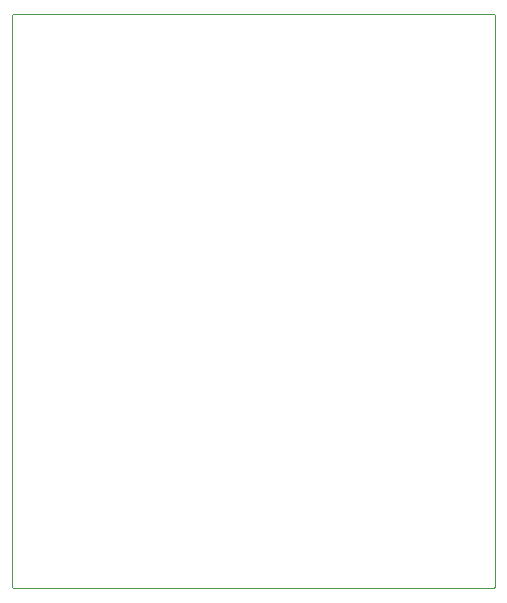
<source format=gbr>
G04*
G04 #@! TF.GenerationSoftware,Altium Limited,Altium Designer,22.4.2 (48)*
G04*
G04 Layer_Color=0*
%FSLAX25Y25*%
%MOIN*%
G70*
G04*
G04 #@! TF.SameCoordinates,BE1E711C-C8E7-489F-BFDC-0012772F392D*
G04*
G04*
G04 #@! TF.FilePolarity,Positive*
G04*
G01*
G75*
%ADD71C,0.00100*%
D71*
X121500Y299499D02*
G02*
X120999Y300000I0J501D01*
G01*
Y490500D01*
D02*
G02*
X121500Y491002I501J0D01*
G01*
X281500D01*
D02*
G02*
X282001Y490500I0J-501D01*
G01*
Y300000D01*
D02*
G02*
X281500Y299499I-501J0D01*
G01*
X121500D01*
M02*

</source>
